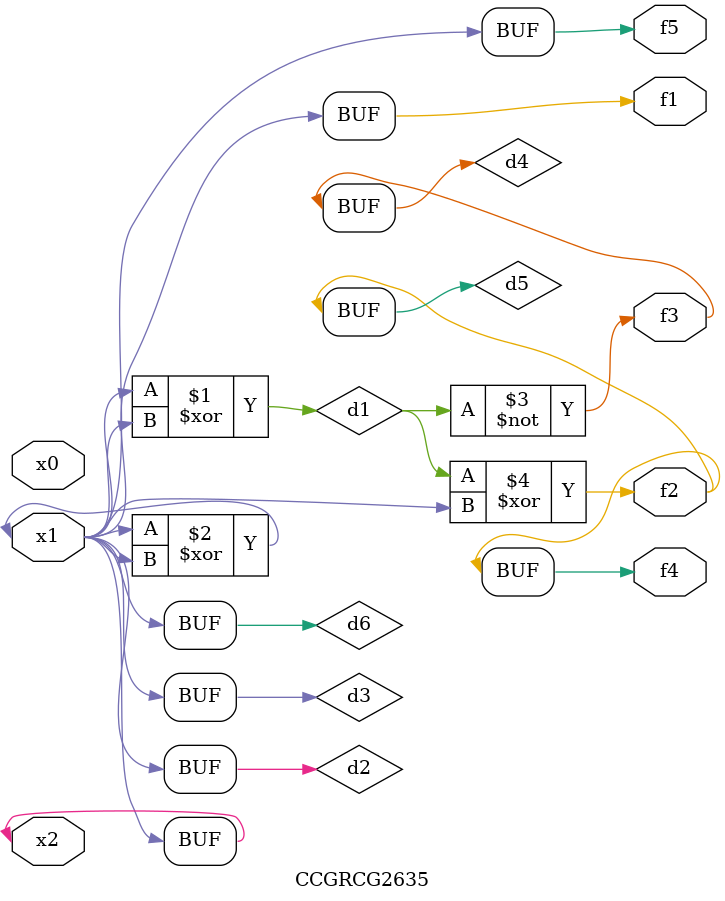
<source format=v>
module CCGRCG2635(
	input x0, x1, x2,
	output f1, f2, f3, f4, f5
);

	wire d1, d2, d3, d4, d5, d6;

	xor (d1, x1, x2);
	buf (d2, x1, x2);
	xor (d3, x1, x2);
	nor (d4, d1);
	xor (d5, d1, d2);
	buf (d6, d2, d3);
	assign f1 = d6;
	assign f2 = d5;
	assign f3 = d4;
	assign f4 = d5;
	assign f5 = d6;
endmodule

</source>
